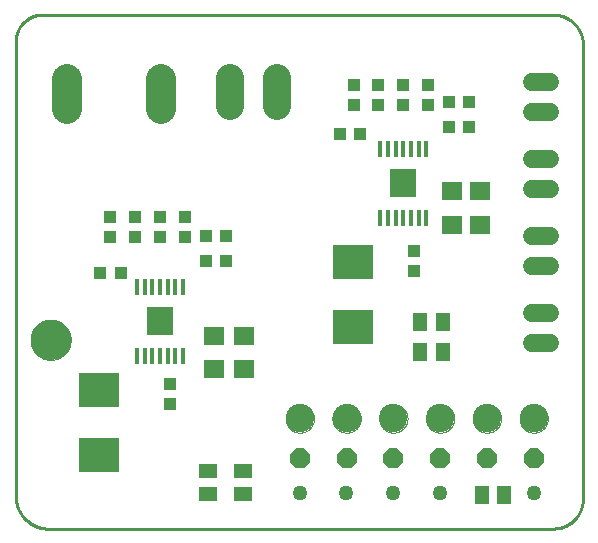
<source format=gts>
G75*
%MOIN*%
%OFA0B0*%
%FSLAX25Y25*%
%IPPOS*%
%LPD*%
%AMOC8*
5,1,8,0,0,1.08239X$1,22.5*
%
%ADD10C,0.01000*%
%ADD11C,0.00000*%
%ADD12C,0.13386*%
%ADD13R,0.04331X0.03937*%
%ADD14R,0.05906X0.05118*%
%ADD15R,0.07087X0.06299*%
%ADD16R,0.03937X0.04331*%
%ADD17OC8,0.06600*%
%ADD18C,0.09449*%
%ADD19C,0.06000*%
%ADD20C,0.10000*%
%ADD21R,0.01381X0.05753*%
%ADD22R,0.09094X0.09685*%
%ADD23C,0.05000*%
%ADD24R,0.13780X0.11811*%
%ADD25R,0.05118X0.05906*%
%ADD26C,0.09449*%
D10*
X0023254Y0014828D02*
X0192545Y0014828D01*
X0192783Y0014831D01*
X0193021Y0014839D01*
X0193258Y0014854D01*
X0193495Y0014874D01*
X0193731Y0014900D01*
X0193967Y0014931D01*
X0194202Y0014968D01*
X0194436Y0015011D01*
X0194669Y0015060D01*
X0194901Y0015114D01*
X0195131Y0015174D01*
X0195360Y0015239D01*
X0195587Y0015310D01*
X0195812Y0015386D01*
X0196035Y0015468D01*
X0196257Y0015555D01*
X0196476Y0015647D01*
X0196693Y0015745D01*
X0196907Y0015847D01*
X0197119Y0015955D01*
X0197329Y0016069D01*
X0197535Y0016187D01*
X0197739Y0016310D01*
X0197939Y0016438D01*
X0198136Y0016570D01*
X0198331Y0016708D01*
X0198521Y0016850D01*
X0198709Y0016997D01*
X0198892Y0017148D01*
X0199072Y0017303D01*
X0199248Y0017463D01*
X0199420Y0017627D01*
X0199589Y0017796D01*
X0199753Y0017968D01*
X0199913Y0018144D01*
X0200068Y0018324D01*
X0200219Y0018507D01*
X0200366Y0018695D01*
X0200508Y0018885D01*
X0200646Y0019080D01*
X0200778Y0019277D01*
X0200906Y0019477D01*
X0201029Y0019681D01*
X0201147Y0019887D01*
X0201261Y0020097D01*
X0201369Y0020309D01*
X0201471Y0020523D01*
X0201569Y0020740D01*
X0201661Y0020959D01*
X0201748Y0021181D01*
X0201830Y0021404D01*
X0201906Y0021629D01*
X0201977Y0021856D01*
X0202042Y0022085D01*
X0202102Y0022315D01*
X0202156Y0022547D01*
X0202205Y0022780D01*
X0202248Y0023014D01*
X0202285Y0023249D01*
X0202316Y0023485D01*
X0202342Y0023721D01*
X0202362Y0023958D01*
X0202377Y0024195D01*
X0202385Y0024433D01*
X0202388Y0024671D01*
X0202387Y0024671D02*
X0202387Y0176246D01*
X0202388Y0176246D02*
X0202385Y0176484D01*
X0202377Y0176722D01*
X0202362Y0176959D01*
X0202342Y0177196D01*
X0202316Y0177432D01*
X0202285Y0177668D01*
X0202248Y0177903D01*
X0202205Y0178137D01*
X0202156Y0178370D01*
X0202102Y0178602D01*
X0202042Y0178832D01*
X0201977Y0179061D01*
X0201906Y0179288D01*
X0201830Y0179513D01*
X0201748Y0179736D01*
X0201661Y0179958D01*
X0201569Y0180177D01*
X0201471Y0180394D01*
X0201369Y0180608D01*
X0201261Y0180820D01*
X0201147Y0181030D01*
X0201029Y0181236D01*
X0200906Y0181440D01*
X0200778Y0181640D01*
X0200646Y0181837D01*
X0200508Y0182032D01*
X0200366Y0182222D01*
X0200219Y0182410D01*
X0200068Y0182593D01*
X0199913Y0182773D01*
X0199753Y0182949D01*
X0199589Y0183121D01*
X0199420Y0183290D01*
X0199248Y0183454D01*
X0199072Y0183614D01*
X0198892Y0183769D01*
X0198709Y0183920D01*
X0198521Y0184067D01*
X0198331Y0184209D01*
X0198136Y0184347D01*
X0197939Y0184479D01*
X0197739Y0184607D01*
X0197535Y0184730D01*
X0197329Y0184848D01*
X0197119Y0184962D01*
X0196907Y0185070D01*
X0196693Y0185172D01*
X0196476Y0185270D01*
X0196257Y0185362D01*
X0196035Y0185449D01*
X0195812Y0185531D01*
X0195587Y0185607D01*
X0195360Y0185678D01*
X0195131Y0185743D01*
X0194901Y0185803D01*
X0194669Y0185857D01*
X0194436Y0185906D01*
X0194202Y0185949D01*
X0193967Y0185986D01*
X0193731Y0186017D01*
X0193495Y0186043D01*
X0193258Y0186063D01*
X0193021Y0186078D01*
X0192783Y0186086D01*
X0192545Y0186089D01*
X0192545Y0186088D02*
X0023254Y0186088D01*
X0013411Y0178214D02*
X0013411Y0026639D01*
X0013412Y0026639D02*
X0013391Y0026373D01*
X0013376Y0026107D01*
X0013369Y0025840D01*
X0013367Y0025573D01*
X0013373Y0025307D01*
X0013384Y0025040D01*
X0013403Y0024774D01*
X0013428Y0024508D01*
X0013459Y0024243D01*
X0013497Y0023979D01*
X0013541Y0023716D01*
X0013592Y0023454D01*
X0013649Y0023194D01*
X0013713Y0022934D01*
X0013783Y0022677D01*
X0013859Y0022421D01*
X0013942Y0022167D01*
X0014030Y0021916D01*
X0014125Y0021666D01*
X0014226Y0021419D01*
X0014333Y0021175D01*
X0014446Y0020933D01*
X0014565Y0020694D01*
X0014689Y0020459D01*
X0014820Y0020226D01*
X0014956Y0019996D01*
X0015098Y0019770D01*
X0015245Y0019548D01*
X0015397Y0019329D01*
X0015555Y0019114D01*
X0015718Y0018903D01*
X0015887Y0018696D01*
X0016060Y0018493D01*
X0016238Y0018294D01*
X0016421Y0018100D01*
X0016609Y0017910D01*
X0016801Y0017726D01*
X0016998Y0017545D01*
X0017199Y0017370D01*
X0017405Y0017200D01*
X0017614Y0017035D01*
X0017828Y0016875D01*
X0018045Y0016720D01*
X0018266Y0016571D01*
X0018491Y0016427D01*
X0018719Y0016289D01*
X0018951Y0016156D01*
X0019186Y0016029D01*
X0019423Y0015908D01*
X0019664Y0015793D01*
X0019907Y0015684D01*
X0020153Y0015581D01*
X0020402Y0015483D01*
X0020653Y0015392D01*
X0020906Y0015307D01*
X0021161Y0015229D01*
X0021417Y0015156D01*
X0021676Y0015090D01*
X0021936Y0015031D01*
X0022197Y0014977D01*
X0022460Y0014930D01*
X0022724Y0014890D01*
X0022988Y0014856D01*
X0023254Y0014829D01*
X0013411Y0178214D02*
X0013437Y0178428D01*
X0013468Y0178641D01*
X0013505Y0178853D01*
X0013547Y0179065D01*
X0013594Y0179275D01*
X0013646Y0179484D01*
X0013703Y0179692D01*
X0013765Y0179898D01*
X0013832Y0180103D01*
X0013903Y0180306D01*
X0013980Y0180507D01*
X0014062Y0180706D01*
X0014148Y0180904D01*
X0014239Y0181099D01*
X0014335Y0181292D01*
X0014436Y0181482D01*
X0014541Y0181670D01*
X0014650Y0181856D01*
X0014764Y0182038D01*
X0014883Y0182218D01*
X0015005Y0182395D01*
X0015132Y0182569D01*
X0015263Y0182740D01*
X0015399Y0182908D01*
X0015538Y0183072D01*
X0015681Y0183233D01*
X0015828Y0183391D01*
X0015979Y0183544D01*
X0016133Y0183695D01*
X0016291Y0183841D01*
X0016453Y0183984D01*
X0016617Y0184122D01*
X0016786Y0184257D01*
X0016957Y0184387D01*
X0017131Y0184513D01*
X0017309Y0184635D01*
X0017489Y0184753D01*
X0017673Y0184866D01*
X0017858Y0184975D01*
X0018047Y0185080D01*
X0018238Y0185179D01*
X0018431Y0185274D01*
X0018627Y0185365D01*
X0018824Y0185450D01*
X0019024Y0185531D01*
X0019225Y0185607D01*
X0019429Y0185678D01*
X0019634Y0185744D01*
X0019840Y0185806D01*
X0020048Y0185862D01*
X0020257Y0185913D01*
X0020468Y0185959D01*
X0020679Y0186000D01*
X0020892Y0186036D01*
X0021105Y0186067D01*
X0021319Y0186092D01*
X0021533Y0186113D01*
X0021748Y0186128D01*
X0021963Y0186138D01*
X0022178Y0186143D01*
X0022394Y0186142D01*
X0022609Y0186137D01*
X0022824Y0186126D01*
X0023039Y0186110D01*
X0023253Y0186088D01*
D11*
X0018293Y0077761D02*
X0018295Y0077925D01*
X0018301Y0078089D01*
X0018311Y0078253D01*
X0018325Y0078417D01*
X0018343Y0078580D01*
X0018365Y0078743D01*
X0018392Y0078905D01*
X0018422Y0079067D01*
X0018456Y0079227D01*
X0018494Y0079387D01*
X0018535Y0079546D01*
X0018581Y0079704D01*
X0018631Y0079860D01*
X0018684Y0080016D01*
X0018741Y0080170D01*
X0018802Y0080322D01*
X0018867Y0080473D01*
X0018936Y0080623D01*
X0019008Y0080770D01*
X0019083Y0080916D01*
X0019163Y0081060D01*
X0019245Y0081202D01*
X0019331Y0081342D01*
X0019421Y0081479D01*
X0019514Y0081615D01*
X0019610Y0081748D01*
X0019710Y0081879D01*
X0019812Y0082007D01*
X0019918Y0082133D01*
X0020027Y0082256D01*
X0020139Y0082376D01*
X0020253Y0082494D01*
X0020371Y0082608D01*
X0020491Y0082720D01*
X0020614Y0082829D01*
X0020740Y0082935D01*
X0020868Y0083037D01*
X0020999Y0083137D01*
X0021132Y0083233D01*
X0021268Y0083326D01*
X0021405Y0083416D01*
X0021545Y0083502D01*
X0021687Y0083584D01*
X0021831Y0083664D01*
X0021977Y0083739D01*
X0022124Y0083811D01*
X0022274Y0083880D01*
X0022425Y0083945D01*
X0022577Y0084006D01*
X0022731Y0084063D01*
X0022887Y0084116D01*
X0023043Y0084166D01*
X0023201Y0084212D01*
X0023360Y0084253D01*
X0023520Y0084291D01*
X0023680Y0084325D01*
X0023842Y0084355D01*
X0024004Y0084382D01*
X0024167Y0084404D01*
X0024330Y0084422D01*
X0024494Y0084436D01*
X0024658Y0084446D01*
X0024822Y0084452D01*
X0024986Y0084454D01*
X0025150Y0084452D01*
X0025314Y0084446D01*
X0025478Y0084436D01*
X0025642Y0084422D01*
X0025805Y0084404D01*
X0025968Y0084382D01*
X0026130Y0084355D01*
X0026292Y0084325D01*
X0026452Y0084291D01*
X0026612Y0084253D01*
X0026771Y0084212D01*
X0026929Y0084166D01*
X0027085Y0084116D01*
X0027241Y0084063D01*
X0027395Y0084006D01*
X0027547Y0083945D01*
X0027698Y0083880D01*
X0027848Y0083811D01*
X0027995Y0083739D01*
X0028141Y0083664D01*
X0028285Y0083584D01*
X0028427Y0083502D01*
X0028567Y0083416D01*
X0028704Y0083326D01*
X0028840Y0083233D01*
X0028973Y0083137D01*
X0029104Y0083037D01*
X0029232Y0082935D01*
X0029358Y0082829D01*
X0029481Y0082720D01*
X0029601Y0082608D01*
X0029719Y0082494D01*
X0029833Y0082376D01*
X0029945Y0082256D01*
X0030054Y0082133D01*
X0030160Y0082007D01*
X0030262Y0081879D01*
X0030362Y0081748D01*
X0030458Y0081615D01*
X0030551Y0081479D01*
X0030641Y0081342D01*
X0030727Y0081202D01*
X0030809Y0081060D01*
X0030889Y0080916D01*
X0030964Y0080770D01*
X0031036Y0080623D01*
X0031105Y0080473D01*
X0031170Y0080322D01*
X0031231Y0080170D01*
X0031288Y0080016D01*
X0031341Y0079860D01*
X0031391Y0079704D01*
X0031437Y0079546D01*
X0031478Y0079387D01*
X0031516Y0079227D01*
X0031550Y0079067D01*
X0031580Y0078905D01*
X0031607Y0078743D01*
X0031629Y0078580D01*
X0031647Y0078417D01*
X0031661Y0078253D01*
X0031671Y0078089D01*
X0031677Y0077925D01*
X0031679Y0077761D01*
X0031677Y0077597D01*
X0031671Y0077433D01*
X0031661Y0077269D01*
X0031647Y0077105D01*
X0031629Y0076942D01*
X0031607Y0076779D01*
X0031580Y0076617D01*
X0031550Y0076455D01*
X0031516Y0076295D01*
X0031478Y0076135D01*
X0031437Y0075976D01*
X0031391Y0075818D01*
X0031341Y0075662D01*
X0031288Y0075506D01*
X0031231Y0075352D01*
X0031170Y0075200D01*
X0031105Y0075049D01*
X0031036Y0074899D01*
X0030964Y0074752D01*
X0030889Y0074606D01*
X0030809Y0074462D01*
X0030727Y0074320D01*
X0030641Y0074180D01*
X0030551Y0074043D01*
X0030458Y0073907D01*
X0030362Y0073774D01*
X0030262Y0073643D01*
X0030160Y0073515D01*
X0030054Y0073389D01*
X0029945Y0073266D01*
X0029833Y0073146D01*
X0029719Y0073028D01*
X0029601Y0072914D01*
X0029481Y0072802D01*
X0029358Y0072693D01*
X0029232Y0072587D01*
X0029104Y0072485D01*
X0028973Y0072385D01*
X0028840Y0072289D01*
X0028704Y0072196D01*
X0028567Y0072106D01*
X0028427Y0072020D01*
X0028285Y0071938D01*
X0028141Y0071858D01*
X0027995Y0071783D01*
X0027848Y0071711D01*
X0027698Y0071642D01*
X0027547Y0071577D01*
X0027395Y0071516D01*
X0027241Y0071459D01*
X0027085Y0071406D01*
X0026929Y0071356D01*
X0026771Y0071310D01*
X0026612Y0071269D01*
X0026452Y0071231D01*
X0026292Y0071197D01*
X0026130Y0071167D01*
X0025968Y0071140D01*
X0025805Y0071118D01*
X0025642Y0071100D01*
X0025478Y0071086D01*
X0025314Y0071076D01*
X0025150Y0071070D01*
X0024986Y0071068D01*
X0024822Y0071070D01*
X0024658Y0071076D01*
X0024494Y0071086D01*
X0024330Y0071100D01*
X0024167Y0071118D01*
X0024004Y0071140D01*
X0023842Y0071167D01*
X0023680Y0071197D01*
X0023520Y0071231D01*
X0023360Y0071269D01*
X0023201Y0071310D01*
X0023043Y0071356D01*
X0022887Y0071406D01*
X0022731Y0071459D01*
X0022577Y0071516D01*
X0022425Y0071577D01*
X0022274Y0071642D01*
X0022124Y0071711D01*
X0021977Y0071783D01*
X0021831Y0071858D01*
X0021687Y0071938D01*
X0021545Y0072020D01*
X0021405Y0072106D01*
X0021268Y0072196D01*
X0021132Y0072289D01*
X0020999Y0072385D01*
X0020868Y0072485D01*
X0020740Y0072587D01*
X0020614Y0072693D01*
X0020491Y0072802D01*
X0020371Y0072914D01*
X0020253Y0073028D01*
X0020139Y0073146D01*
X0020027Y0073266D01*
X0019918Y0073389D01*
X0019812Y0073515D01*
X0019710Y0073643D01*
X0019610Y0073774D01*
X0019514Y0073907D01*
X0019421Y0074043D01*
X0019331Y0074180D01*
X0019245Y0074320D01*
X0019163Y0074462D01*
X0019083Y0074606D01*
X0019008Y0074752D01*
X0018936Y0074899D01*
X0018867Y0075049D01*
X0018802Y0075200D01*
X0018741Y0075352D01*
X0018684Y0075506D01*
X0018631Y0075662D01*
X0018581Y0075818D01*
X0018535Y0075976D01*
X0018494Y0076135D01*
X0018456Y0076295D01*
X0018422Y0076455D01*
X0018392Y0076617D01*
X0018365Y0076779D01*
X0018343Y0076942D01*
X0018325Y0077105D01*
X0018311Y0077269D01*
X0018301Y0077433D01*
X0018295Y0077597D01*
X0018293Y0077761D01*
X0103333Y0051521D02*
X0103335Y0051658D01*
X0103341Y0051796D01*
X0103351Y0051933D01*
X0103365Y0052069D01*
X0103383Y0052206D01*
X0103405Y0052341D01*
X0103431Y0052476D01*
X0103460Y0052610D01*
X0103494Y0052744D01*
X0103531Y0052876D01*
X0103573Y0053007D01*
X0103618Y0053137D01*
X0103667Y0053265D01*
X0103719Y0053392D01*
X0103776Y0053517D01*
X0103835Y0053641D01*
X0103899Y0053763D01*
X0103966Y0053883D01*
X0104036Y0054001D01*
X0104110Y0054117D01*
X0104187Y0054231D01*
X0104268Y0054342D01*
X0104351Y0054451D01*
X0104438Y0054558D01*
X0104528Y0054661D01*
X0104621Y0054763D01*
X0104717Y0054861D01*
X0104815Y0054957D01*
X0104917Y0055050D01*
X0105020Y0055140D01*
X0105127Y0055227D01*
X0105236Y0055310D01*
X0105347Y0055391D01*
X0105461Y0055468D01*
X0105577Y0055542D01*
X0105695Y0055612D01*
X0105815Y0055679D01*
X0105937Y0055743D01*
X0106061Y0055802D01*
X0106186Y0055859D01*
X0106313Y0055911D01*
X0106441Y0055960D01*
X0106571Y0056005D01*
X0106702Y0056047D01*
X0106834Y0056084D01*
X0106968Y0056118D01*
X0107102Y0056147D01*
X0107237Y0056173D01*
X0107372Y0056195D01*
X0107509Y0056213D01*
X0107645Y0056227D01*
X0107782Y0056237D01*
X0107920Y0056243D01*
X0108057Y0056245D01*
X0108194Y0056243D01*
X0108332Y0056237D01*
X0108469Y0056227D01*
X0108605Y0056213D01*
X0108742Y0056195D01*
X0108877Y0056173D01*
X0109012Y0056147D01*
X0109146Y0056118D01*
X0109280Y0056084D01*
X0109412Y0056047D01*
X0109543Y0056005D01*
X0109673Y0055960D01*
X0109801Y0055911D01*
X0109928Y0055859D01*
X0110053Y0055802D01*
X0110177Y0055743D01*
X0110299Y0055679D01*
X0110419Y0055612D01*
X0110537Y0055542D01*
X0110653Y0055468D01*
X0110767Y0055391D01*
X0110878Y0055310D01*
X0110987Y0055227D01*
X0111094Y0055140D01*
X0111197Y0055050D01*
X0111299Y0054957D01*
X0111397Y0054861D01*
X0111493Y0054763D01*
X0111586Y0054661D01*
X0111676Y0054558D01*
X0111763Y0054451D01*
X0111846Y0054342D01*
X0111927Y0054231D01*
X0112004Y0054117D01*
X0112078Y0054001D01*
X0112148Y0053883D01*
X0112215Y0053763D01*
X0112279Y0053641D01*
X0112338Y0053517D01*
X0112395Y0053392D01*
X0112447Y0053265D01*
X0112496Y0053137D01*
X0112541Y0053007D01*
X0112583Y0052876D01*
X0112620Y0052744D01*
X0112654Y0052610D01*
X0112683Y0052476D01*
X0112709Y0052341D01*
X0112731Y0052206D01*
X0112749Y0052069D01*
X0112763Y0051933D01*
X0112773Y0051796D01*
X0112779Y0051658D01*
X0112781Y0051521D01*
X0112779Y0051384D01*
X0112773Y0051246D01*
X0112763Y0051109D01*
X0112749Y0050973D01*
X0112731Y0050836D01*
X0112709Y0050701D01*
X0112683Y0050566D01*
X0112654Y0050432D01*
X0112620Y0050298D01*
X0112583Y0050166D01*
X0112541Y0050035D01*
X0112496Y0049905D01*
X0112447Y0049777D01*
X0112395Y0049650D01*
X0112338Y0049525D01*
X0112279Y0049401D01*
X0112215Y0049279D01*
X0112148Y0049159D01*
X0112078Y0049041D01*
X0112004Y0048925D01*
X0111927Y0048811D01*
X0111846Y0048700D01*
X0111763Y0048591D01*
X0111676Y0048484D01*
X0111586Y0048381D01*
X0111493Y0048279D01*
X0111397Y0048181D01*
X0111299Y0048085D01*
X0111197Y0047992D01*
X0111094Y0047902D01*
X0110987Y0047815D01*
X0110878Y0047732D01*
X0110767Y0047651D01*
X0110653Y0047574D01*
X0110537Y0047500D01*
X0110419Y0047430D01*
X0110299Y0047363D01*
X0110177Y0047299D01*
X0110053Y0047240D01*
X0109928Y0047183D01*
X0109801Y0047131D01*
X0109673Y0047082D01*
X0109543Y0047037D01*
X0109412Y0046995D01*
X0109280Y0046958D01*
X0109146Y0046924D01*
X0109012Y0046895D01*
X0108877Y0046869D01*
X0108742Y0046847D01*
X0108605Y0046829D01*
X0108469Y0046815D01*
X0108332Y0046805D01*
X0108194Y0046799D01*
X0108057Y0046797D01*
X0107920Y0046799D01*
X0107782Y0046805D01*
X0107645Y0046815D01*
X0107509Y0046829D01*
X0107372Y0046847D01*
X0107237Y0046869D01*
X0107102Y0046895D01*
X0106968Y0046924D01*
X0106834Y0046958D01*
X0106702Y0046995D01*
X0106571Y0047037D01*
X0106441Y0047082D01*
X0106313Y0047131D01*
X0106186Y0047183D01*
X0106061Y0047240D01*
X0105937Y0047299D01*
X0105815Y0047363D01*
X0105695Y0047430D01*
X0105577Y0047500D01*
X0105461Y0047574D01*
X0105347Y0047651D01*
X0105236Y0047732D01*
X0105127Y0047815D01*
X0105020Y0047902D01*
X0104917Y0047992D01*
X0104815Y0048085D01*
X0104717Y0048181D01*
X0104621Y0048279D01*
X0104528Y0048381D01*
X0104438Y0048484D01*
X0104351Y0048591D01*
X0104268Y0048700D01*
X0104187Y0048811D01*
X0104110Y0048925D01*
X0104036Y0049041D01*
X0103966Y0049159D01*
X0103899Y0049279D01*
X0103835Y0049401D01*
X0103776Y0049525D01*
X0103719Y0049650D01*
X0103667Y0049777D01*
X0103618Y0049905D01*
X0103573Y0050035D01*
X0103531Y0050166D01*
X0103494Y0050298D01*
X0103460Y0050432D01*
X0103431Y0050566D01*
X0103405Y0050701D01*
X0103383Y0050836D01*
X0103365Y0050973D01*
X0103351Y0051109D01*
X0103341Y0051246D01*
X0103335Y0051384D01*
X0103333Y0051521D01*
X0118923Y0051521D02*
X0118925Y0051658D01*
X0118931Y0051796D01*
X0118941Y0051933D01*
X0118955Y0052069D01*
X0118973Y0052206D01*
X0118995Y0052341D01*
X0119021Y0052476D01*
X0119050Y0052610D01*
X0119084Y0052744D01*
X0119121Y0052876D01*
X0119163Y0053007D01*
X0119208Y0053137D01*
X0119257Y0053265D01*
X0119309Y0053392D01*
X0119366Y0053517D01*
X0119425Y0053641D01*
X0119489Y0053763D01*
X0119556Y0053883D01*
X0119626Y0054001D01*
X0119700Y0054117D01*
X0119777Y0054231D01*
X0119858Y0054342D01*
X0119941Y0054451D01*
X0120028Y0054558D01*
X0120118Y0054661D01*
X0120211Y0054763D01*
X0120307Y0054861D01*
X0120405Y0054957D01*
X0120507Y0055050D01*
X0120610Y0055140D01*
X0120717Y0055227D01*
X0120826Y0055310D01*
X0120937Y0055391D01*
X0121051Y0055468D01*
X0121167Y0055542D01*
X0121285Y0055612D01*
X0121405Y0055679D01*
X0121527Y0055743D01*
X0121651Y0055802D01*
X0121776Y0055859D01*
X0121903Y0055911D01*
X0122031Y0055960D01*
X0122161Y0056005D01*
X0122292Y0056047D01*
X0122424Y0056084D01*
X0122558Y0056118D01*
X0122692Y0056147D01*
X0122827Y0056173D01*
X0122962Y0056195D01*
X0123099Y0056213D01*
X0123235Y0056227D01*
X0123372Y0056237D01*
X0123510Y0056243D01*
X0123647Y0056245D01*
X0123784Y0056243D01*
X0123922Y0056237D01*
X0124059Y0056227D01*
X0124195Y0056213D01*
X0124332Y0056195D01*
X0124467Y0056173D01*
X0124602Y0056147D01*
X0124736Y0056118D01*
X0124870Y0056084D01*
X0125002Y0056047D01*
X0125133Y0056005D01*
X0125263Y0055960D01*
X0125391Y0055911D01*
X0125518Y0055859D01*
X0125643Y0055802D01*
X0125767Y0055743D01*
X0125889Y0055679D01*
X0126009Y0055612D01*
X0126127Y0055542D01*
X0126243Y0055468D01*
X0126357Y0055391D01*
X0126468Y0055310D01*
X0126577Y0055227D01*
X0126684Y0055140D01*
X0126787Y0055050D01*
X0126889Y0054957D01*
X0126987Y0054861D01*
X0127083Y0054763D01*
X0127176Y0054661D01*
X0127266Y0054558D01*
X0127353Y0054451D01*
X0127436Y0054342D01*
X0127517Y0054231D01*
X0127594Y0054117D01*
X0127668Y0054001D01*
X0127738Y0053883D01*
X0127805Y0053763D01*
X0127869Y0053641D01*
X0127928Y0053517D01*
X0127985Y0053392D01*
X0128037Y0053265D01*
X0128086Y0053137D01*
X0128131Y0053007D01*
X0128173Y0052876D01*
X0128210Y0052744D01*
X0128244Y0052610D01*
X0128273Y0052476D01*
X0128299Y0052341D01*
X0128321Y0052206D01*
X0128339Y0052069D01*
X0128353Y0051933D01*
X0128363Y0051796D01*
X0128369Y0051658D01*
X0128371Y0051521D01*
X0128369Y0051384D01*
X0128363Y0051246D01*
X0128353Y0051109D01*
X0128339Y0050973D01*
X0128321Y0050836D01*
X0128299Y0050701D01*
X0128273Y0050566D01*
X0128244Y0050432D01*
X0128210Y0050298D01*
X0128173Y0050166D01*
X0128131Y0050035D01*
X0128086Y0049905D01*
X0128037Y0049777D01*
X0127985Y0049650D01*
X0127928Y0049525D01*
X0127869Y0049401D01*
X0127805Y0049279D01*
X0127738Y0049159D01*
X0127668Y0049041D01*
X0127594Y0048925D01*
X0127517Y0048811D01*
X0127436Y0048700D01*
X0127353Y0048591D01*
X0127266Y0048484D01*
X0127176Y0048381D01*
X0127083Y0048279D01*
X0126987Y0048181D01*
X0126889Y0048085D01*
X0126787Y0047992D01*
X0126684Y0047902D01*
X0126577Y0047815D01*
X0126468Y0047732D01*
X0126357Y0047651D01*
X0126243Y0047574D01*
X0126127Y0047500D01*
X0126009Y0047430D01*
X0125889Y0047363D01*
X0125767Y0047299D01*
X0125643Y0047240D01*
X0125518Y0047183D01*
X0125391Y0047131D01*
X0125263Y0047082D01*
X0125133Y0047037D01*
X0125002Y0046995D01*
X0124870Y0046958D01*
X0124736Y0046924D01*
X0124602Y0046895D01*
X0124467Y0046869D01*
X0124332Y0046847D01*
X0124195Y0046829D01*
X0124059Y0046815D01*
X0123922Y0046805D01*
X0123784Y0046799D01*
X0123647Y0046797D01*
X0123510Y0046799D01*
X0123372Y0046805D01*
X0123235Y0046815D01*
X0123099Y0046829D01*
X0122962Y0046847D01*
X0122827Y0046869D01*
X0122692Y0046895D01*
X0122558Y0046924D01*
X0122424Y0046958D01*
X0122292Y0046995D01*
X0122161Y0047037D01*
X0122031Y0047082D01*
X0121903Y0047131D01*
X0121776Y0047183D01*
X0121651Y0047240D01*
X0121527Y0047299D01*
X0121405Y0047363D01*
X0121285Y0047430D01*
X0121167Y0047500D01*
X0121051Y0047574D01*
X0120937Y0047651D01*
X0120826Y0047732D01*
X0120717Y0047815D01*
X0120610Y0047902D01*
X0120507Y0047992D01*
X0120405Y0048085D01*
X0120307Y0048181D01*
X0120211Y0048279D01*
X0120118Y0048381D01*
X0120028Y0048484D01*
X0119941Y0048591D01*
X0119858Y0048700D01*
X0119777Y0048811D01*
X0119700Y0048925D01*
X0119626Y0049041D01*
X0119556Y0049159D01*
X0119489Y0049279D01*
X0119425Y0049401D01*
X0119366Y0049525D01*
X0119309Y0049650D01*
X0119257Y0049777D01*
X0119208Y0049905D01*
X0119163Y0050035D01*
X0119121Y0050166D01*
X0119084Y0050298D01*
X0119050Y0050432D01*
X0119021Y0050566D01*
X0118995Y0050701D01*
X0118973Y0050836D01*
X0118955Y0050973D01*
X0118941Y0051109D01*
X0118931Y0051246D01*
X0118925Y0051384D01*
X0118923Y0051521D01*
X0134514Y0051521D02*
X0134516Y0051658D01*
X0134522Y0051796D01*
X0134532Y0051933D01*
X0134546Y0052069D01*
X0134564Y0052206D01*
X0134586Y0052341D01*
X0134612Y0052476D01*
X0134641Y0052610D01*
X0134675Y0052744D01*
X0134712Y0052876D01*
X0134754Y0053007D01*
X0134799Y0053137D01*
X0134848Y0053265D01*
X0134900Y0053392D01*
X0134957Y0053517D01*
X0135016Y0053641D01*
X0135080Y0053763D01*
X0135147Y0053883D01*
X0135217Y0054001D01*
X0135291Y0054117D01*
X0135368Y0054231D01*
X0135449Y0054342D01*
X0135532Y0054451D01*
X0135619Y0054558D01*
X0135709Y0054661D01*
X0135802Y0054763D01*
X0135898Y0054861D01*
X0135996Y0054957D01*
X0136098Y0055050D01*
X0136201Y0055140D01*
X0136308Y0055227D01*
X0136417Y0055310D01*
X0136528Y0055391D01*
X0136642Y0055468D01*
X0136758Y0055542D01*
X0136876Y0055612D01*
X0136996Y0055679D01*
X0137118Y0055743D01*
X0137242Y0055802D01*
X0137367Y0055859D01*
X0137494Y0055911D01*
X0137622Y0055960D01*
X0137752Y0056005D01*
X0137883Y0056047D01*
X0138015Y0056084D01*
X0138149Y0056118D01*
X0138283Y0056147D01*
X0138418Y0056173D01*
X0138553Y0056195D01*
X0138690Y0056213D01*
X0138826Y0056227D01*
X0138963Y0056237D01*
X0139101Y0056243D01*
X0139238Y0056245D01*
X0139375Y0056243D01*
X0139513Y0056237D01*
X0139650Y0056227D01*
X0139786Y0056213D01*
X0139923Y0056195D01*
X0140058Y0056173D01*
X0140193Y0056147D01*
X0140327Y0056118D01*
X0140461Y0056084D01*
X0140593Y0056047D01*
X0140724Y0056005D01*
X0140854Y0055960D01*
X0140982Y0055911D01*
X0141109Y0055859D01*
X0141234Y0055802D01*
X0141358Y0055743D01*
X0141480Y0055679D01*
X0141600Y0055612D01*
X0141718Y0055542D01*
X0141834Y0055468D01*
X0141948Y0055391D01*
X0142059Y0055310D01*
X0142168Y0055227D01*
X0142275Y0055140D01*
X0142378Y0055050D01*
X0142480Y0054957D01*
X0142578Y0054861D01*
X0142674Y0054763D01*
X0142767Y0054661D01*
X0142857Y0054558D01*
X0142944Y0054451D01*
X0143027Y0054342D01*
X0143108Y0054231D01*
X0143185Y0054117D01*
X0143259Y0054001D01*
X0143329Y0053883D01*
X0143396Y0053763D01*
X0143460Y0053641D01*
X0143519Y0053517D01*
X0143576Y0053392D01*
X0143628Y0053265D01*
X0143677Y0053137D01*
X0143722Y0053007D01*
X0143764Y0052876D01*
X0143801Y0052744D01*
X0143835Y0052610D01*
X0143864Y0052476D01*
X0143890Y0052341D01*
X0143912Y0052206D01*
X0143930Y0052069D01*
X0143944Y0051933D01*
X0143954Y0051796D01*
X0143960Y0051658D01*
X0143962Y0051521D01*
X0143960Y0051384D01*
X0143954Y0051246D01*
X0143944Y0051109D01*
X0143930Y0050973D01*
X0143912Y0050836D01*
X0143890Y0050701D01*
X0143864Y0050566D01*
X0143835Y0050432D01*
X0143801Y0050298D01*
X0143764Y0050166D01*
X0143722Y0050035D01*
X0143677Y0049905D01*
X0143628Y0049777D01*
X0143576Y0049650D01*
X0143519Y0049525D01*
X0143460Y0049401D01*
X0143396Y0049279D01*
X0143329Y0049159D01*
X0143259Y0049041D01*
X0143185Y0048925D01*
X0143108Y0048811D01*
X0143027Y0048700D01*
X0142944Y0048591D01*
X0142857Y0048484D01*
X0142767Y0048381D01*
X0142674Y0048279D01*
X0142578Y0048181D01*
X0142480Y0048085D01*
X0142378Y0047992D01*
X0142275Y0047902D01*
X0142168Y0047815D01*
X0142059Y0047732D01*
X0141948Y0047651D01*
X0141834Y0047574D01*
X0141718Y0047500D01*
X0141600Y0047430D01*
X0141480Y0047363D01*
X0141358Y0047299D01*
X0141234Y0047240D01*
X0141109Y0047183D01*
X0140982Y0047131D01*
X0140854Y0047082D01*
X0140724Y0047037D01*
X0140593Y0046995D01*
X0140461Y0046958D01*
X0140327Y0046924D01*
X0140193Y0046895D01*
X0140058Y0046869D01*
X0139923Y0046847D01*
X0139786Y0046829D01*
X0139650Y0046815D01*
X0139513Y0046805D01*
X0139375Y0046799D01*
X0139238Y0046797D01*
X0139101Y0046799D01*
X0138963Y0046805D01*
X0138826Y0046815D01*
X0138690Y0046829D01*
X0138553Y0046847D01*
X0138418Y0046869D01*
X0138283Y0046895D01*
X0138149Y0046924D01*
X0138015Y0046958D01*
X0137883Y0046995D01*
X0137752Y0047037D01*
X0137622Y0047082D01*
X0137494Y0047131D01*
X0137367Y0047183D01*
X0137242Y0047240D01*
X0137118Y0047299D01*
X0136996Y0047363D01*
X0136876Y0047430D01*
X0136758Y0047500D01*
X0136642Y0047574D01*
X0136528Y0047651D01*
X0136417Y0047732D01*
X0136308Y0047815D01*
X0136201Y0047902D01*
X0136098Y0047992D01*
X0135996Y0048085D01*
X0135898Y0048181D01*
X0135802Y0048279D01*
X0135709Y0048381D01*
X0135619Y0048484D01*
X0135532Y0048591D01*
X0135449Y0048700D01*
X0135368Y0048811D01*
X0135291Y0048925D01*
X0135217Y0049041D01*
X0135147Y0049159D01*
X0135080Y0049279D01*
X0135016Y0049401D01*
X0134957Y0049525D01*
X0134900Y0049650D01*
X0134848Y0049777D01*
X0134799Y0049905D01*
X0134754Y0050035D01*
X0134712Y0050166D01*
X0134675Y0050298D01*
X0134641Y0050432D01*
X0134612Y0050566D01*
X0134586Y0050701D01*
X0134564Y0050836D01*
X0134546Y0050973D01*
X0134532Y0051109D01*
X0134522Y0051246D01*
X0134516Y0051384D01*
X0134514Y0051521D01*
X0150104Y0051521D02*
X0150106Y0051658D01*
X0150112Y0051796D01*
X0150122Y0051933D01*
X0150136Y0052069D01*
X0150154Y0052206D01*
X0150176Y0052341D01*
X0150202Y0052476D01*
X0150231Y0052610D01*
X0150265Y0052744D01*
X0150302Y0052876D01*
X0150344Y0053007D01*
X0150389Y0053137D01*
X0150438Y0053265D01*
X0150490Y0053392D01*
X0150547Y0053517D01*
X0150606Y0053641D01*
X0150670Y0053763D01*
X0150737Y0053883D01*
X0150807Y0054001D01*
X0150881Y0054117D01*
X0150958Y0054231D01*
X0151039Y0054342D01*
X0151122Y0054451D01*
X0151209Y0054558D01*
X0151299Y0054661D01*
X0151392Y0054763D01*
X0151488Y0054861D01*
X0151586Y0054957D01*
X0151688Y0055050D01*
X0151791Y0055140D01*
X0151898Y0055227D01*
X0152007Y0055310D01*
X0152118Y0055391D01*
X0152232Y0055468D01*
X0152348Y0055542D01*
X0152466Y0055612D01*
X0152586Y0055679D01*
X0152708Y0055743D01*
X0152832Y0055802D01*
X0152957Y0055859D01*
X0153084Y0055911D01*
X0153212Y0055960D01*
X0153342Y0056005D01*
X0153473Y0056047D01*
X0153605Y0056084D01*
X0153739Y0056118D01*
X0153873Y0056147D01*
X0154008Y0056173D01*
X0154143Y0056195D01*
X0154280Y0056213D01*
X0154416Y0056227D01*
X0154553Y0056237D01*
X0154691Y0056243D01*
X0154828Y0056245D01*
X0154965Y0056243D01*
X0155103Y0056237D01*
X0155240Y0056227D01*
X0155376Y0056213D01*
X0155513Y0056195D01*
X0155648Y0056173D01*
X0155783Y0056147D01*
X0155917Y0056118D01*
X0156051Y0056084D01*
X0156183Y0056047D01*
X0156314Y0056005D01*
X0156444Y0055960D01*
X0156572Y0055911D01*
X0156699Y0055859D01*
X0156824Y0055802D01*
X0156948Y0055743D01*
X0157070Y0055679D01*
X0157190Y0055612D01*
X0157308Y0055542D01*
X0157424Y0055468D01*
X0157538Y0055391D01*
X0157649Y0055310D01*
X0157758Y0055227D01*
X0157865Y0055140D01*
X0157968Y0055050D01*
X0158070Y0054957D01*
X0158168Y0054861D01*
X0158264Y0054763D01*
X0158357Y0054661D01*
X0158447Y0054558D01*
X0158534Y0054451D01*
X0158617Y0054342D01*
X0158698Y0054231D01*
X0158775Y0054117D01*
X0158849Y0054001D01*
X0158919Y0053883D01*
X0158986Y0053763D01*
X0159050Y0053641D01*
X0159109Y0053517D01*
X0159166Y0053392D01*
X0159218Y0053265D01*
X0159267Y0053137D01*
X0159312Y0053007D01*
X0159354Y0052876D01*
X0159391Y0052744D01*
X0159425Y0052610D01*
X0159454Y0052476D01*
X0159480Y0052341D01*
X0159502Y0052206D01*
X0159520Y0052069D01*
X0159534Y0051933D01*
X0159544Y0051796D01*
X0159550Y0051658D01*
X0159552Y0051521D01*
X0159550Y0051384D01*
X0159544Y0051246D01*
X0159534Y0051109D01*
X0159520Y0050973D01*
X0159502Y0050836D01*
X0159480Y0050701D01*
X0159454Y0050566D01*
X0159425Y0050432D01*
X0159391Y0050298D01*
X0159354Y0050166D01*
X0159312Y0050035D01*
X0159267Y0049905D01*
X0159218Y0049777D01*
X0159166Y0049650D01*
X0159109Y0049525D01*
X0159050Y0049401D01*
X0158986Y0049279D01*
X0158919Y0049159D01*
X0158849Y0049041D01*
X0158775Y0048925D01*
X0158698Y0048811D01*
X0158617Y0048700D01*
X0158534Y0048591D01*
X0158447Y0048484D01*
X0158357Y0048381D01*
X0158264Y0048279D01*
X0158168Y0048181D01*
X0158070Y0048085D01*
X0157968Y0047992D01*
X0157865Y0047902D01*
X0157758Y0047815D01*
X0157649Y0047732D01*
X0157538Y0047651D01*
X0157424Y0047574D01*
X0157308Y0047500D01*
X0157190Y0047430D01*
X0157070Y0047363D01*
X0156948Y0047299D01*
X0156824Y0047240D01*
X0156699Y0047183D01*
X0156572Y0047131D01*
X0156444Y0047082D01*
X0156314Y0047037D01*
X0156183Y0046995D01*
X0156051Y0046958D01*
X0155917Y0046924D01*
X0155783Y0046895D01*
X0155648Y0046869D01*
X0155513Y0046847D01*
X0155376Y0046829D01*
X0155240Y0046815D01*
X0155103Y0046805D01*
X0154965Y0046799D01*
X0154828Y0046797D01*
X0154691Y0046799D01*
X0154553Y0046805D01*
X0154416Y0046815D01*
X0154280Y0046829D01*
X0154143Y0046847D01*
X0154008Y0046869D01*
X0153873Y0046895D01*
X0153739Y0046924D01*
X0153605Y0046958D01*
X0153473Y0046995D01*
X0153342Y0047037D01*
X0153212Y0047082D01*
X0153084Y0047131D01*
X0152957Y0047183D01*
X0152832Y0047240D01*
X0152708Y0047299D01*
X0152586Y0047363D01*
X0152466Y0047430D01*
X0152348Y0047500D01*
X0152232Y0047574D01*
X0152118Y0047651D01*
X0152007Y0047732D01*
X0151898Y0047815D01*
X0151791Y0047902D01*
X0151688Y0047992D01*
X0151586Y0048085D01*
X0151488Y0048181D01*
X0151392Y0048279D01*
X0151299Y0048381D01*
X0151209Y0048484D01*
X0151122Y0048591D01*
X0151039Y0048700D01*
X0150958Y0048811D01*
X0150881Y0048925D01*
X0150807Y0049041D01*
X0150737Y0049159D01*
X0150670Y0049279D01*
X0150606Y0049401D01*
X0150547Y0049525D01*
X0150490Y0049650D01*
X0150438Y0049777D01*
X0150389Y0049905D01*
X0150344Y0050035D01*
X0150302Y0050166D01*
X0150265Y0050298D01*
X0150231Y0050432D01*
X0150202Y0050566D01*
X0150176Y0050701D01*
X0150154Y0050836D01*
X0150136Y0050973D01*
X0150122Y0051109D01*
X0150112Y0051246D01*
X0150106Y0051384D01*
X0150104Y0051521D01*
X0165695Y0051521D02*
X0165697Y0051658D01*
X0165703Y0051796D01*
X0165713Y0051933D01*
X0165727Y0052069D01*
X0165745Y0052206D01*
X0165767Y0052341D01*
X0165793Y0052476D01*
X0165822Y0052610D01*
X0165856Y0052744D01*
X0165893Y0052876D01*
X0165935Y0053007D01*
X0165980Y0053137D01*
X0166029Y0053265D01*
X0166081Y0053392D01*
X0166138Y0053517D01*
X0166197Y0053641D01*
X0166261Y0053763D01*
X0166328Y0053883D01*
X0166398Y0054001D01*
X0166472Y0054117D01*
X0166549Y0054231D01*
X0166630Y0054342D01*
X0166713Y0054451D01*
X0166800Y0054558D01*
X0166890Y0054661D01*
X0166983Y0054763D01*
X0167079Y0054861D01*
X0167177Y0054957D01*
X0167279Y0055050D01*
X0167382Y0055140D01*
X0167489Y0055227D01*
X0167598Y0055310D01*
X0167709Y0055391D01*
X0167823Y0055468D01*
X0167939Y0055542D01*
X0168057Y0055612D01*
X0168177Y0055679D01*
X0168299Y0055743D01*
X0168423Y0055802D01*
X0168548Y0055859D01*
X0168675Y0055911D01*
X0168803Y0055960D01*
X0168933Y0056005D01*
X0169064Y0056047D01*
X0169196Y0056084D01*
X0169330Y0056118D01*
X0169464Y0056147D01*
X0169599Y0056173D01*
X0169734Y0056195D01*
X0169871Y0056213D01*
X0170007Y0056227D01*
X0170144Y0056237D01*
X0170282Y0056243D01*
X0170419Y0056245D01*
X0170556Y0056243D01*
X0170694Y0056237D01*
X0170831Y0056227D01*
X0170967Y0056213D01*
X0171104Y0056195D01*
X0171239Y0056173D01*
X0171374Y0056147D01*
X0171508Y0056118D01*
X0171642Y0056084D01*
X0171774Y0056047D01*
X0171905Y0056005D01*
X0172035Y0055960D01*
X0172163Y0055911D01*
X0172290Y0055859D01*
X0172415Y0055802D01*
X0172539Y0055743D01*
X0172661Y0055679D01*
X0172781Y0055612D01*
X0172899Y0055542D01*
X0173015Y0055468D01*
X0173129Y0055391D01*
X0173240Y0055310D01*
X0173349Y0055227D01*
X0173456Y0055140D01*
X0173559Y0055050D01*
X0173661Y0054957D01*
X0173759Y0054861D01*
X0173855Y0054763D01*
X0173948Y0054661D01*
X0174038Y0054558D01*
X0174125Y0054451D01*
X0174208Y0054342D01*
X0174289Y0054231D01*
X0174366Y0054117D01*
X0174440Y0054001D01*
X0174510Y0053883D01*
X0174577Y0053763D01*
X0174641Y0053641D01*
X0174700Y0053517D01*
X0174757Y0053392D01*
X0174809Y0053265D01*
X0174858Y0053137D01*
X0174903Y0053007D01*
X0174945Y0052876D01*
X0174982Y0052744D01*
X0175016Y0052610D01*
X0175045Y0052476D01*
X0175071Y0052341D01*
X0175093Y0052206D01*
X0175111Y0052069D01*
X0175125Y0051933D01*
X0175135Y0051796D01*
X0175141Y0051658D01*
X0175143Y0051521D01*
X0175141Y0051384D01*
X0175135Y0051246D01*
X0175125Y0051109D01*
X0175111Y0050973D01*
X0175093Y0050836D01*
X0175071Y0050701D01*
X0175045Y0050566D01*
X0175016Y0050432D01*
X0174982Y0050298D01*
X0174945Y0050166D01*
X0174903Y0050035D01*
X0174858Y0049905D01*
X0174809Y0049777D01*
X0174757Y0049650D01*
X0174700Y0049525D01*
X0174641Y0049401D01*
X0174577Y0049279D01*
X0174510Y0049159D01*
X0174440Y0049041D01*
X0174366Y0048925D01*
X0174289Y0048811D01*
X0174208Y0048700D01*
X0174125Y0048591D01*
X0174038Y0048484D01*
X0173948Y0048381D01*
X0173855Y0048279D01*
X0173759Y0048181D01*
X0173661Y0048085D01*
X0173559Y0047992D01*
X0173456Y0047902D01*
X0173349Y0047815D01*
X0173240Y0047732D01*
X0173129Y0047651D01*
X0173015Y0047574D01*
X0172899Y0047500D01*
X0172781Y0047430D01*
X0172661Y0047363D01*
X0172539Y0047299D01*
X0172415Y0047240D01*
X0172290Y0047183D01*
X0172163Y0047131D01*
X0172035Y0047082D01*
X0171905Y0047037D01*
X0171774Y0046995D01*
X0171642Y0046958D01*
X0171508Y0046924D01*
X0171374Y0046895D01*
X0171239Y0046869D01*
X0171104Y0046847D01*
X0170967Y0046829D01*
X0170831Y0046815D01*
X0170694Y0046805D01*
X0170556Y0046799D01*
X0170419Y0046797D01*
X0170282Y0046799D01*
X0170144Y0046805D01*
X0170007Y0046815D01*
X0169871Y0046829D01*
X0169734Y0046847D01*
X0169599Y0046869D01*
X0169464Y0046895D01*
X0169330Y0046924D01*
X0169196Y0046958D01*
X0169064Y0046995D01*
X0168933Y0047037D01*
X0168803Y0047082D01*
X0168675Y0047131D01*
X0168548Y0047183D01*
X0168423Y0047240D01*
X0168299Y0047299D01*
X0168177Y0047363D01*
X0168057Y0047430D01*
X0167939Y0047500D01*
X0167823Y0047574D01*
X0167709Y0047651D01*
X0167598Y0047732D01*
X0167489Y0047815D01*
X0167382Y0047902D01*
X0167279Y0047992D01*
X0167177Y0048085D01*
X0167079Y0048181D01*
X0166983Y0048279D01*
X0166890Y0048381D01*
X0166800Y0048484D01*
X0166713Y0048591D01*
X0166630Y0048700D01*
X0166549Y0048811D01*
X0166472Y0048925D01*
X0166398Y0049041D01*
X0166328Y0049159D01*
X0166261Y0049279D01*
X0166197Y0049401D01*
X0166138Y0049525D01*
X0166081Y0049650D01*
X0166029Y0049777D01*
X0165980Y0049905D01*
X0165935Y0050035D01*
X0165893Y0050166D01*
X0165856Y0050298D01*
X0165822Y0050432D01*
X0165793Y0050566D01*
X0165767Y0050701D01*
X0165745Y0050836D01*
X0165727Y0050973D01*
X0165713Y0051109D01*
X0165703Y0051246D01*
X0165697Y0051384D01*
X0165695Y0051521D01*
X0181285Y0051521D02*
X0181287Y0051658D01*
X0181293Y0051796D01*
X0181303Y0051933D01*
X0181317Y0052069D01*
X0181335Y0052206D01*
X0181357Y0052341D01*
X0181383Y0052476D01*
X0181412Y0052610D01*
X0181446Y0052744D01*
X0181483Y0052876D01*
X0181525Y0053007D01*
X0181570Y0053137D01*
X0181619Y0053265D01*
X0181671Y0053392D01*
X0181728Y0053517D01*
X0181787Y0053641D01*
X0181851Y0053763D01*
X0181918Y0053883D01*
X0181988Y0054001D01*
X0182062Y0054117D01*
X0182139Y0054231D01*
X0182220Y0054342D01*
X0182303Y0054451D01*
X0182390Y0054558D01*
X0182480Y0054661D01*
X0182573Y0054763D01*
X0182669Y0054861D01*
X0182767Y0054957D01*
X0182869Y0055050D01*
X0182972Y0055140D01*
X0183079Y0055227D01*
X0183188Y0055310D01*
X0183299Y0055391D01*
X0183413Y0055468D01*
X0183529Y0055542D01*
X0183647Y0055612D01*
X0183767Y0055679D01*
X0183889Y0055743D01*
X0184013Y0055802D01*
X0184138Y0055859D01*
X0184265Y0055911D01*
X0184393Y0055960D01*
X0184523Y0056005D01*
X0184654Y0056047D01*
X0184786Y0056084D01*
X0184920Y0056118D01*
X0185054Y0056147D01*
X0185189Y0056173D01*
X0185324Y0056195D01*
X0185461Y0056213D01*
X0185597Y0056227D01*
X0185734Y0056237D01*
X0185872Y0056243D01*
X0186009Y0056245D01*
X0186146Y0056243D01*
X0186284Y0056237D01*
X0186421Y0056227D01*
X0186557Y0056213D01*
X0186694Y0056195D01*
X0186829Y0056173D01*
X0186964Y0056147D01*
X0187098Y0056118D01*
X0187232Y0056084D01*
X0187364Y0056047D01*
X0187495Y0056005D01*
X0187625Y0055960D01*
X0187753Y0055911D01*
X0187880Y0055859D01*
X0188005Y0055802D01*
X0188129Y0055743D01*
X0188251Y0055679D01*
X0188371Y0055612D01*
X0188489Y0055542D01*
X0188605Y0055468D01*
X0188719Y0055391D01*
X0188830Y0055310D01*
X0188939Y0055227D01*
X0189046Y0055140D01*
X0189149Y0055050D01*
X0189251Y0054957D01*
X0189349Y0054861D01*
X0189445Y0054763D01*
X0189538Y0054661D01*
X0189628Y0054558D01*
X0189715Y0054451D01*
X0189798Y0054342D01*
X0189879Y0054231D01*
X0189956Y0054117D01*
X0190030Y0054001D01*
X0190100Y0053883D01*
X0190167Y0053763D01*
X0190231Y0053641D01*
X0190290Y0053517D01*
X0190347Y0053392D01*
X0190399Y0053265D01*
X0190448Y0053137D01*
X0190493Y0053007D01*
X0190535Y0052876D01*
X0190572Y0052744D01*
X0190606Y0052610D01*
X0190635Y0052476D01*
X0190661Y0052341D01*
X0190683Y0052206D01*
X0190701Y0052069D01*
X0190715Y0051933D01*
X0190725Y0051796D01*
X0190731Y0051658D01*
X0190733Y0051521D01*
X0190731Y0051384D01*
X0190725Y0051246D01*
X0190715Y0051109D01*
X0190701Y0050973D01*
X0190683Y0050836D01*
X0190661Y0050701D01*
X0190635Y0050566D01*
X0190606Y0050432D01*
X0190572Y0050298D01*
X0190535Y0050166D01*
X0190493Y0050035D01*
X0190448Y0049905D01*
X0190399Y0049777D01*
X0190347Y0049650D01*
X0190290Y0049525D01*
X0190231Y0049401D01*
X0190167Y0049279D01*
X0190100Y0049159D01*
X0190030Y0049041D01*
X0189956Y0048925D01*
X0189879Y0048811D01*
X0189798Y0048700D01*
X0189715Y0048591D01*
X0189628Y0048484D01*
X0189538Y0048381D01*
X0189445Y0048279D01*
X0189349Y0048181D01*
X0189251Y0048085D01*
X0189149Y0047992D01*
X0189046Y0047902D01*
X0188939Y0047815D01*
X0188830Y0047732D01*
X0188719Y0047651D01*
X0188605Y0047574D01*
X0188489Y0047500D01*
X0188371Y0047430D01*
X0188251Y0047363D01*
X0188129Y0047299D01*
X0188005Y0047240D01*
X0187880Y0047183D01*
X0187753Y0047131D01*
X0187625Y0047082D01*
X0187495Y0047037D01*
X0187364Y0046995D01*
X0187232Y0046958D01*
X0187098Y0046924D01*
X0186964Y0046895D01*
X0186829Y0046869D01*
X0186694Y0046847D01*
X0186557Y0046829D01*
X0186421Y0046815D01*
X0186284Y0046805D01*
X0186146Y0046799D01*
X0186009Y0046797D01*
X0185872Y0046799D01*
X0185734Y0046805D01*
X0185597Y0046815D01*
X0185461Y0046829D01*
X0185324Y0046847D01*
X0185189Y0046869D01*
X0185054Y0046895D01*
X0184920Y0046924D01*
X0184786Y0046958D01*
X0184654Y0046995D01*
X0184523Y0047037D01*
X0184393Y0047082D01*
X0184265Y0047131D01*
X0184138Y0047183D01*
X0184013Y0047240D01*
X0183889Y0047299D01*
X0183767Y0047363D01*
X0183647Y0047430D01*
X0183529Y0047500D01*
X0183413Y0047574D01*
X0183299Y0047651D01*
X0183188Y0047732D01*
X0183079Y0047815D01*
X0182972Y0047902D01*
X0182869Y0047992D01*
X0182767Y0048085D01*
X0182669Y0048181D01*
X0182573Y0048279D01*
X0182480Y0048381D01*
X0182390Y0048484D01*
X0182303Y0048591D01*
X0182220Y0048700D01*
X0182139Y0048811D01*
X0182062Y0048925D01*
X0181988Y0049041D01*
X0181918Y0049159D01*
X0181851Y0049279D01*
X0181787Y0049401D01*
X0181728Y0049525D01*
X0181671Y0049650D01*
X0181619Y0049777D01*
X0181570Y0049905D01*
X0181525Y0050035D01*
X0181483Y0050166D01*
X0181446Y0050298D01*
X0181412Y0050432D01*
X0181383Y0050566D01*
X0181357Y0050701D01*
X0181335Y0050836D01*
X0181317Y0050973D01*
X0181303Y0051109D01*
X0181293Y0051246D01*
X0181287Y0051384D01*
X0181285Y0051521D01*
D12*
X0024986Y0077761D03*
D13*
X0044907Y0112033D03*
X0044907Y0118726D03*
X0069710Y0118726D03*
X0069710Y0112033D03*
X0076679Y0103883D03*
X0083372Y0103883D03*
X0126009Y0156128D03*
X0126009Y0162820D03*
X0150813Y0162820D03*
X0150813Y0156128D03*
X0157702Y0148844D03*
X0164395Y0148844D03*
D14*
X0089116Y0033937D03*
X0089116Y0026456D03*
X0077584Y0026403D03*
X0077584Y0033883D03*
D15*
X0079474Y0068096D03*
X0089592Y0067978D03*
X0089592Y0079002D03*
X0079474Y0079120D03*
X0158687Y0116167D03*
X0168135Y0116167D03*
X0168135Y0127191D03*
X0158687Y0127191D03*
D16*
X0146088Y0107309D03*
X0146088Y0100616D03*
X0128175Y0146482D03*
X0121482Y0146482D03*
X0134277Y0156128D03*
X0134277Y0162820D03*
X0142545Y0162820D03*
X0142545Y0156128D03*
X0157702Y0157112D03*
X0164395Y0157112D03*
X0083411Y0112226D03*
X0076718Y0112226D03*
X0061443Y0112033D03*
X0061443Y0118726D03*
X0053175Y0118726D03*
X0053175Y0112033D03*
X0048285Y0100092D03*
X0041592Y0100092D03*
X0064628Y0062998D03*
X0064628Y0056305D03*
D17*
X0108057Y0038332D03*
X0123647Y0038332D03*
X0139238Y0038332D03*
X0154789Y0038332D03*
X0170380Y0038332D03*
X0185970Y0038332D03*
D18*
X0186009Y0051521D03*
X0170419Y0051521D03*
X0154828Y0051521D03*
X0139238Y0051521D03*
X0123647Y0051521D03*
X0108057Y0051521D03*
D19*
X0185608Y0076757D02*
X0191608Y0076757D01*
X0191608Y0086757D02*
X0185608Y0086757D01*
X0185608Y0102348D02*
X0191608Y0102348D01*
X0191608Y0112348D02*
X0185608Y0112348D01*
X0185608Y0127939D02*
X0191608Y0127939D01*
X0191608Y0137939D02*
X0185608Y0137939D01*
X0185608Y0153529D02*
X0191608Y0153529D01*
X0191608Y0163529D02*
X0185608Y0163529D01*
D20*
X0061624Y0164801D02*
X0061624Y0154801D01*
X0030443Y0154801D02*
X0030443Y0164801D01*
D21*
X0053805Y0095399D03*
X0056364Y0095399D03*
X0058923Y0095399D03*
X0061482Y0095399D03*
X0064041Y0095399D03*
X0066600Y0095399D03*
X0069159Y0095399D03*
X0069159Y0072368D03*
X0066600Y0072368D03*
X0064041Y0072368D03*
X0061482Y0072368D03*
X0058923Y0072368D03*
X0056364Y0072368D03*
X0053805Y0072368D03*
X0134868Y0118431D03*
X0137427Y0118431D03*
X0139986Y0118431D03*
X0142545Y0118431D03*
X0145104Y0118431D03*
X0147663Y0118431D03*
X0150222Y0118431D03*
X0150222Y0141462D03*
X0147663Y0141462D03*
X0145104Y0141462D03*
X0142545Y0141462D03*
X0139986Y0141462D03*
X0137427Y0141462D03*
X0134868Y0141462D03*
D22*
X0142545Y0129946D03*
X0061482Y0083883D03*
D23*
X0108038Y0026555D03*
X0123608Y0026600D03*
X0139277Y0026639D03*
X0154868Y0026836D03*
X0186128Y0026600D03*
D24*
X0125616Y0081915D03*
X0125616Y0103569D03*
X0040970Y0060891D03*
X0040970Y0039238D03*
D25*
X0148254Y0073844D03*
X0155734Y0073844D03*
X0155734Y0083687D03*
X0148254Y0083687D03*
X0168726Y0026009D03*
X0176206Y0026009D03*
D26*
X0100340Y0155537D02*
X0100340Y0164986D01*
X0084750Y0164986D02*
X0084750Y0155537D01*
M02*

</source>
